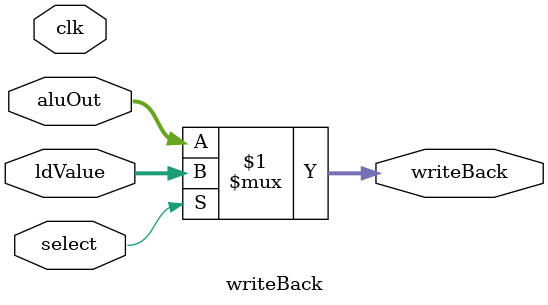
<source format=v>
`timescale 1ns / 1ps

module writeBack(
    input clk,
    input [31:0]ldValue,
    input [31:0]aluOut,
    input select,
    output [31:0] writeBack
);

    assign writeBack = (select) ? ldValue : aluOut;

endmodule
</source>
